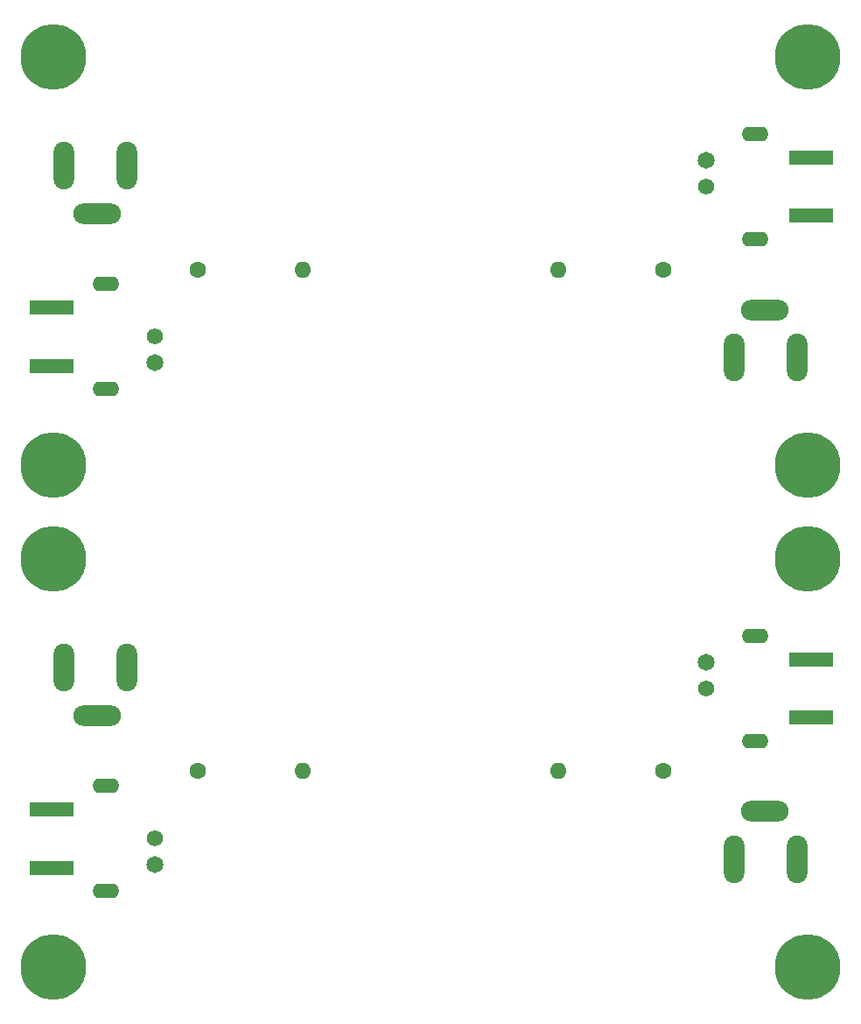
<source format=gbs>
%MOIN*%
%OFA0B0*%
%FSLAX46Y46*%
%IPPOS*%
%LPD*%
%ADD10C,0.062992125984251982*%
%ADD11O,0.062992125984251982X0.062992125984251982*%
%ADD12R,0.16535433070866143X0.053149606299212608*%
%ADD13C,0.062*%
%ADD14C,0.065*%
%ADD15O,0.10236220472440946X0.055118110236220472*%
%ADD16O,0.18110236220472439X0.07874015748031496*%
%ADD17O,0.07874015748031496X0.18110236220472439*%
%ADD18C,0.25*%
%ADD29C,0.062992125984251982*%
%ADD30O,0.062992125984251982X0.062992125984251982*%
%ADD31R,0.16535433070866143X0.053149606299212608*%
%ADD32C,0.062*%
%ADD33C,0.065*%
%ADD34O,0.10236220472440946X0.055118110236220472*%
%ADD35O,0.18110236220472439X0.07874015748031496*%
%ADD36O,0.07874015748031496X0.18110236220472439*%
%ADD37C,0.25*%
%LPD*%
G01*
D10*
X-0008446456Y0004391125D02*
X0002461614Y0000885826D03*
D11*
X0002061614Y0000885826D03*
D12*
X0000129921Y0000741141D03*
X0000129921Y0000518700D03*
X0003023622Y0001312007D03*
X0003023622Y0001089566D03*
D13*
X0000523622Y0000629921D03*
D14*
X0000523622Y0000529921D03*
D15*
X0000339370Y0000429921D03*
X0000339370Y0000829921D03*
X0002810236Y0001000787D03*
X0002810236Y0001400787D03*
D14*
X0002625984Y0001300787D03*
D13*
X0002625984Y0001200787D03*
D16*
X0000303149Y0001098425D03*
D17*
X0000417322Y0001279527D03*
X0000177165Y0001279527D03*
X0002972440Y0000551181D03*
X0002732283Y0000551181D03*
D16*
X0002846456Y0000732283D03*
D11*
X0001088976Y0000885826D03*
D10*
X0000688976Y0000885826D03*
D18*
X0000137795Y0000141732D03*
X0003011811Y0000141732D03*
X0003011811Y0001692913D03*
X0000137795Y0001692913D03*
G04 next file*
%LPD*%
G04 Gerber Fmt 4.6, Leading zero omitted, Abs format (unit mm)*
G04 Created by KiCad (PCBNEW (5.1.10)-1) date 2021-11-13 18:12:33*
G01*
G04 APERTURE LIST*
G04 APERTURE END LIST*
D29*
X-0008446456Y0006300574D02*
X0002461614Y0002795275D03*
D30*
X0002061614Y0002795275D03*
D31*
X0000129921Y0002650590D03*
X0000129921Y0002428149D03*
X0003023622Y0003221456D03*
X0003023622Y0002999015D03*
D32*
X0000523622Y0002539370D03*
D33*
X0000523622Y0002439370D03*
D34*
X0000339370Y0002339370D03*
X0000339370Y0002739370D03*
X0002810236Y0002910236D03*
X0002810236Y0003310236D03*
D33*
X0002625984Y0003210236D03*
D32*
X0002625984Y0003110236D03*
D35*
X0000303149Y0003007874D03*
D36*
X0000417322Y0003188976D03*
X0000177165Y0003188976D03*
X0002972440Y0002460629D03*
X0002732283Y0002460629D03*
D35*
X0002846456Y0002641732D03*
D30*
X0001088976Y0002795275D03*
D29*
X0000688976Y0002795275D03*
D37*
X0000137795Y0002051181D03*
X0003011811Y0002051181D03*
X0003011811Y0003602362D03*
X0000137795Y0003602362D03*
M02*
</source>
